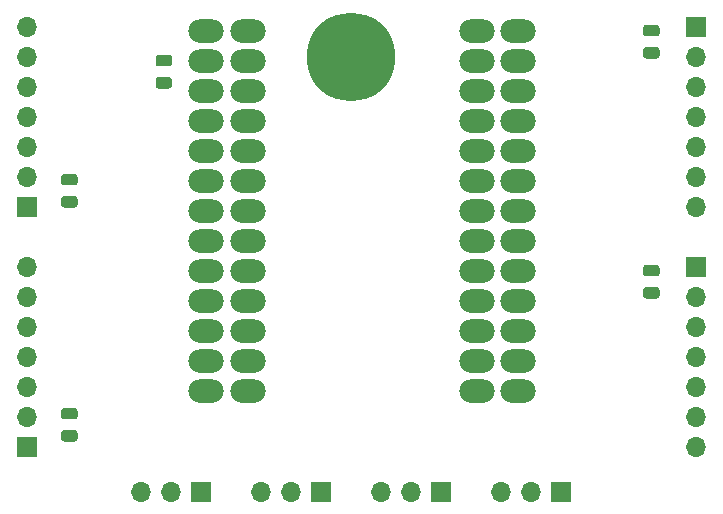
<source format=gbr>
G04 #@! TF.GenerationSoftware,KiCad,Pcbnew,5.1.12-84ad8e8a86~92~ubuntu20.04.1*
G04 #@! TF.CreationDate,2021-12-19T18:17:29-08:00*
G04 #@! TF.ProjectId,ft4232h-breakout,66743432-3332-4682-9d62-7265616b6f75,Jun2021b*
G04 #@! TF.SameCoordinates,Original*
G04 #@! TF.FileFunction,Soldermask,Bot*
G04 #@! TF.FilePolarity,Negative*
%FSLAX46Y46*%
G04 Gerber Fmt 4.6, Leading zero omitted, Abs format (unit mm)*
G04 Created by KiCad (PCBNEW 5.1.12-84ad8e8a86~92~ubuntu20.04.1) date 2021-12-19 18:17:29*
%MOMM*%
%LPD*%
G01*
G04 APERTURE LIST*
%ADD10C,7.500000*%
%ADD11O,1.700000X1.700000*%
%ADD12R,1.700000X1.700000*%
%ADD13O,3.000000X2.000000*%
G04 APERTURE END LIST*
D10*
G04 #@! TO.C,TP1*
X99060000Y-87630000D03*
G04 #@! TD*
D11*
G04 #@! TO.C,J8*
X71628000Y-85090000D03*
X71628000Y-87630000D03*
X71628000Y-90170000D03*
X71628000Y-92710000D03*
X71628000Y-95250000D03*
X71628000Y-97790000D03*
D12*
X71628000Y-100330000D03*
G04 #@! TD*
D11*
G04 #@! TO.C,J5*
X71628000Y-105410000D03*
X71628000Y-107950000D03*
X71628000Y-110490000D03*
X71628000Y-113030000D03*
X71628000Y-115570000D03*
X71628000Y-118110000D03*
D12*
X71628000Y-120650000D03*
G04 #@! TD*
D11*
G04 #@! TO.C,J4*
X81280000Y-124460000D03*
X83820000Y-124460000D03*
D12*
X86360000Y-124460000D03*
G04 #@! TD*
D11*
G04 #@! TO.C,J3*
X91440000Y-124460000D03*
X93980000Y-124460000D03*
D12*
X96520000Y-124460000D03*
G04 #@! TD*
G04 #@! TO.C,C5*
G36*
G01*
X74727750Y-99431500D02*
X75640250Y-99431500D01*
G75*
G02*
X75884000Y-99675250I0J-243750D01*
G01*
X75884000Y-100162750D01*
G75*
G02*
X75640250Y-100406500I-243750J0D01*
G01*
X74727750Y-100406500D01*
G75*
G02*
X74484000Y-100162750I0J243750D01*
G01*
X74484000Y-99675250D01*
G75*
G02*
X74727750Y-99431500I243750J0D01*
G01*
G37*
G36*
G01*
X74727750Y-97556500D02*
X75640250Y-97556500D01*
G75*
G02*
X75884000Y-97800250I0J-243750D01*
G01*
X75884000Y-98287750D01*
G75*
G02*
X75640250Y-98531500I-243750J0D01*
G01*
X74727750Y-98531500D01*
G75*
G02*
X74484000Y-98287750I0J243750D01*
G01*
X74484000Y-97800250D01*
G75*
G02*
X74727750Y-97556500I243750J0D01*
G01*
G37*
G04 #@! TD*
G04 #@! TO.C,C4*
G36*
G01*
X74727750Y-119243500D02*
X75640250Y-119243500D01*
G75*
G02*
X75884000Y-119487250I0J-243750D01*
G01*
X75884000Y-119974750D01*
G75*
G02*
X75640250Y-120218500I-243750J0D01*
G01*
X74727750Y-120218500D01*
G75*
G02*
X74484000Y-119974750I0J243750D01*
G01*
X74484000Y-119487250D01*
G75*
G02*
X74727750Y-119243500I243750J0D01*
G01*
G37*
G36*
G01*
X74727750Y-117368500D02*
X75640250Y-117368500D01*
G75*
G02*
X75884000Y-117612250I0J-243750D01*
G01*
X75884000Y-118099750D01*
G75*
G02*
X75640250Y-118343500I-243750J0D01*
G01*
X74727750Y-118343500D01*
G75*
G02*
X74484000Y-118099750I0J243750D01*
G01*
X74484000Y-117612250D01*
G75*
G02*
X74727750Y-117368500I243750J0D01*
G01*
G37*
G04 #@! TD*
D13*
G04 #@! TO.C,X1*
X90325000Y-115940000D03*
X113200000Y-110860000D03*
X90325000Y-108320000D03*
X113200000Y-115940000D03*
X109675000Y-115940000D03*
X109675000Y-110860000D03*
X86800000Y-115940000D03*
X90325000Y-105780000D03*
X109675000Y-113400000D03*
X109675000Y-108320000D03*
X113200000Y-105780000D03*
X109675000Y-105780000D03*
X90325000Y-113400000D03*
X86800000Y-105780000D03*
X113200000Y-113400000D03*
X90325000Y-110860000D03*
X86800000Y-108320000D03*
X86800000Y-110860000D03*
X113200000Y-108320000D03*
X86800000Y-113400000D03*
X113200000Y-98160000D03*
X109675000Y-98160000D03*
X86800000Y-100700000D03*
X113200000Y-95620000D03*
X109675000Y-100700000D03*
X90325000Y-100700000D03*
X86800000Y-95620000D03*
X109675000Y-95620000D03*
X113200000Y-100700000D03*
X90325000Y-95620000D03*
X90325000Y-103240000D03*
X113200000Y-103240000D03*
X90325000Y-98160000D03*
X109675000Y-103240000D03*
X86800000Y-103240000D03*
X86800000Y-98160000D03*
X113200000Y-93080000D03*
X109675000Y-93080000D03*
X113200000Y-90540000D03*
X86800000Y-90540000D03*
X109675000Y-90540000D03*
X90325000Y-90540000D03*
X90325000Y-93080000D03*
X86800000Y-93080000D03*
X113200000Y-88000000D03*
X86800000Y-88000000D03*
X109675000Y-88000000D03*
X90325000Y-88000000D03*
X86800000Y-85460000D03*
X113200000Y-85460000D03*
X90325000Y-85460000D03*
X109675000Y-85460000D03*
G04 #@! TD*
D11*
G04 #@! TO.C,J7*
X128270000Y-120650000D03*
X128270000Y-118110000D03*
X128270000Y-115570000D03*
X128270000Y-113030000D03*
X128270000Y-110490000D03*
X128270000Y-107950000D03*
D12*
X128270000Y-105410000D03*
G04 #@! TD*
D11*
G04 #@! TO.C,J6*
X128270000Y-100330000D03*
X128270000Y-97790000D03*
X128270000Y-95250000D03*
X128270000Y-92710000D03*
X128270000Y-90170000D03*
X128270000Y-87630000D03*
D12*
X128270000Y-85090000D03*
G04 #@! TD*
D11*
G04 #@! TO.C,J2*
X101600000Y-124460000D03*
X104140000Y-124460000D03*
D12*
X106680000Y-124460000D03*
G04 #@! TD*
D11*
G04 #@! TO.C,J1*
X111760000Y-124460000D03*
X114300000Y-124460000D03*
D12*
X116840000Y-124460000D03*
G04 #@! TD*
G04 #@! TO.C,C6*
G36*
G01*
X124916250Y-85910000D02*
X124003750Y-85910000D01*
G75*
G02*
X123760000Y-85666250I0J243750D01*
G01*
X123760000Y-85178750D01*
G75*
G02*
X124003750Y-84935000I243750J0D01*
G01*
X124916250Y-84935000D01*
G75*
G02*
X125160000Y-85178750I0J-243750D01*
G01*
X125160000Y-85666250D01*
G75*
G02*
X124916250Y-85910000I-243750J0D01*
G01*
G37*
G36*
G01*
X124916250Y-87785000D02*
X124003750Y-87785000D01*
G75*
G02*
X123760000Y-87541250I0J243750D01*
G01*
X123760000Y-87053750D01*
G75*
G02*
X124003750Y-86810000I243750J0D01*
G01*
X124916250Y-86810000D01*
G75*
G02*
X125160000Y-87053750I0J-243750D01*
G01*
X125160000Y-87541250D01*
G75*
G02*
X124916250Y-87785000I-243750J0D01*
G01*
G37*
G04 #@! TD*
G04 #@! TO.C,C3*
G36*
G01*
X124916250Y-106230000D02*
X124003750Y-106230000D01*
G75*
G02*
X123760000Y-105986250I0J243750D01*
G01*
X123760000Y-105498750D01*
G75*
G02*
X124003750Y-105255000I243750J0D01*
G01*
X124916250Y-105255000D01*
G75*
G02*
X125160000Y-105498750I0J-243750D01*
G01*
X125160000Y-105986250D01*
G75*
G02*
X124916250Y-106230000I-243750J0D01*
G01*
G37*
G36*
G01*
X124916250Y-108105000D02*
X124003750Y-108105000D01*
G75*
G02*
X123760000Y-107861250I0J243750D01*
G01*
X123760000Y-107373750D01*
G75*
G02*
X124003750Y-107130000I243750J0D01*
G01*
X124916250Y-107130000D01*
G75*
G02*
X125160000Y-107373750I0J-243750D01*
G01*
X125160000Y-107861250D01*
G75*
G02*
X124916250Y-108105000I-243750J0D01*
G01*
G37*
G04 #@! TD*
G04 #@! TO.C,C2*
G36*
G01*
X82728750Y-89350000D02*
X83641250Y-89350000D01*
G75*
G02*
X83885000Y-89593750I0J-243750D01*
G01*
X83885000Y-90081250D01*
G75*
G02*
X83641250Y-90325000I-243750J0D01*
G01*
X82728750Y-90325000D01*
G75*
G02*
X82485000Y-90081250I0J243750D01*
G01*
X82485000Y-89593750D01*
G75*
G02*
X82728750Y-89350000I243750J0D01*
G01*
G37*
G36*
G01*
X82728750Y-87475000D02*
X83641250Y-87475000D01*
G75*
G02*
X83885000Y-87718750I0J-243750D01*
G01*
X83885000Y-88206250D01*
G75*
G02*
X83641250Y-88450000I-243750J0D01*
G01*
X82728750Y-88450000D01*
G75*
G02*
X82485000Y-88206250I0J243750D01*
G01*
X82485000Y-87718750D01*
G75*
G02*
X82728750Y-87475000I243750J0D01*
G01*
G37*
G04 #@! TD*
M02*

</source>
